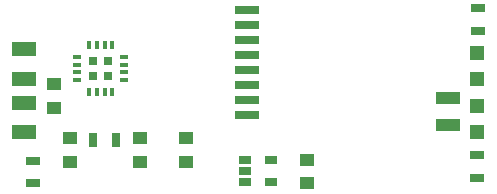
<source format=gbr>
G04 #@! TF.GenerationSoftware,KiCad,Pcbnew,(6.0.0-rc1-dev-438-g6845ac2cc-dirty)*
G04 #@! TF.CreationDate,2018-08-30T21:51:25+02:00*
G04 #@! TF.ProjectId,RapTorS,526170546F72532E6B696361645F7063,rev?*
G04 #@! TF.SameCoordinates,Original*
G04 #@! TF.FileFunction,Paste,Top*
G04 #@! TF.FilePolarity,Positive*
%FSLAX46Y46*%
G04 Gerber Fmt 4.6, Leading zero omitted, Abs format (unit mm)*
G04 Created by KiCad (PCBNEW (6.0.0-rc1-dev-438-g6845ac2cc-dirty)) date 2018 August 30, Thursday 21:51:25*
%MOMM*%
%LPD*%
G01*
G04 APERTURE LIST*
%ADD10R,1.250000X1.000000*%
%ADD11R,2.000000X1.000000*%
%ADD12R,2.000000X0.700000*%
%ADD13R,0.350000X0.800000*%
%ADD14R,0.800000X0.350000*%
%ADD15R,0.750000X0.750000*%
%ADD16R,0.700000X1.300000*%
%ADD17R,1.200000X1.200000*%
%ADD18R,2.000000X1.200000*%
%ADD19R,1.300000X0.700000*%
%ADD20R,1.060000X0.650000*%
G04 APERTURE END LIST*
D10*
G04 #@! TO.C,C3*
X157835600Y-104700000D03*
X157835600Y-106700000D03*
G04 #@! TD*
G04 #@! TO.C,C6*
X168122600Y-106508800D03*
X168122600Y-108508800D03*
G04 #@! TD*
G04 #@! TO.C,C4*
X146685000Y-100082600D03*
X146685000Y-102082600D03*
G04 #@! TD*
G04 #@! TO.C,C2*
X153949400Y-104700000D03*
X153949400Y-106700000D03*
G04 #@! TD*
G04 #@! TO.C,C1*
X148031200Y-104700000D03*
X148031200Y-106700000D03*
G04 #@! TD*
D11*
G04 #@! TO.C,U3*
X180026600Y-101271000D03*
D12*
X163026600Y-102711000D03*
X163026600Y-101441000D03*
X163026600Y-100171000D03*
X163026600Y-98901000D03*
X163026600Y-97631000D03*
X163026600Y-96361000D03*
X163026600Y-95091000D03*
D11*
X180026600Y-103551000D03*
D12*
X163026600Y-93821000D03*
G04 #@! TD*
D13*
G04 #@! TO.C,U1*
X149662600Y-100787200D03*
X150312600Y-100787200D03*
X150962600Y-100787200D03*
X151612600Y-100787200D03*
D14*
X152637600Y-99762200D03*
X152637600Y-99112200D03*
X152637600Y-98462200D03*
X152637600Y-97812200D03*
D13*
X151612600Y-96787200D03*
X150962600Y-96787200D03*
X150312600Y-96787200D03*
X149662600Y-96787200D03*
D14*
X148637600Y-97812200D03*
X148637600Y-98462200D03*
X148637600Y-99112200D03*
X148637600Y-99762200D03*
D15*
X151262600Y-98162200D03*
X150012600Y-98162200D03*
X151262600Y-99412200D03*
X150012600Y-99412200D03*
G04 #@! TD*
D16*
G04 #@! TO.C,L1*
X150017400Y-104851200D03*
X151917400Y-104851200D03*
G04 #@! TD*
D17*
G04 #@! TO.C,D2*
X182499000Y-97426600D03*
X182499000Y-99626600D03*
G04 #@! TD*
G04 #@! TO.C,D1*
X182499000Y-104190800D03*
X182499000Y-101990800D03*
G04 #@! TD*
D18*
G04 #@! TO.C,J1*
X144110200Y-97160600D03*
X144110200Y-99660600D03*
X144110200Y-104160600D03*
X144110200Y-101660600D03*
G04 #@! TD*
D19*
G04 #@! TO.C,R3*
X182549800Y-93665000D03*
X182549800Y-95565000D03*
G04 #@! TD*
G04 #@! TO.C,R2*
X182499000Y-108026200D03*
X182499000Y-106126200D03*
G04 #@! TD*
G04 #@! TO.C,R1*
X144907000Y-106593600D03*
X144907000Y-108493600D03*
G04 #@! TD*
D20*
G04 #@! TO.C,U2*
X162814000Y-106481800D03*
X162814000Y-107431800D03*
X162814000Y-108381800D03*
X165014000Y-108381800D03*
X165014000Y-106481800D03*
G04 #@! TD*
M02*

</source>
